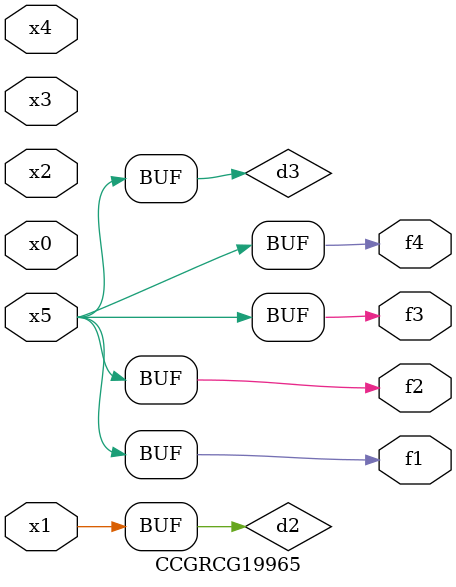
<source format=v>
module CCGRCG19965(
	input x0, x1, x2, x3, x4, x5,
	output f1, f2, f3, f4
);

	wire d1, d2, d3;

	not (d1, x5);
	or (d2, x1);
	xnor (d3, d1);
	assign f1 = d3;
	assign f2 = d3;
	assign f3 = d3;
	assign f4 = d3;
endmodule

</source>
